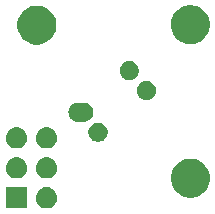
<source format=gbs>
G04 #@! TF.GenerationSoftware,KiCad,Pcbnew,5.0.2-bee76a0~70~ubuntu18.04.1*
G04 #@! TF.CreationDate,2019-02-28T13:49:10+03:00*
G04 #@! TF.ProjectId,FIR-sensor-addon,4649522d-7365-46e7-936f-722d6164646f,rev?*
G04 #@! TF.SameCoordinates,Original*
G04 #@! TF.FileFunction,Soldermask,Bot*
G04 #@! TF.FilePolarity,Negative*
%FSLAX46Y46*%
G04 Gerber Fmt 4.6, Leading zero omitted, Abs format (unit mm)*
G04 Created by KiCad (PCBNEW 5.0.2-bee76a0~70~ubuntu18.04.1) date Thu 28 Feb 2019 13:49:10 EAT*
%MOMM*%
%LPD*%
G01*
G04 APERTURE LIST*
%ADD10C,0.100000*%
G04 APERTURE END LIST*
D10*
G36*
X133819200Y-100596000D02*
X132017200Y-100596000D01*
X132017200Y-98794000D01*
X133819200Y-98794000D01*
X133819200Y-100596000D01*
X133819200Y-100596000D01*
G37*
G36*
X135568643Y-98800519D02*
X135634827Y-98807037D01*
X135714620Y-98831242D01*
X135804667Y-98858557D01*
X135943287Y-98932652D01*
X135961191Y-98942222D01*
X135996929Y-98971552D01*
X136098386Y-99054814D01*
X136181648Y-99156271D01*
X136210978Y-99192009D01*
X136210979Y-99192011D01*
X136294643Y-99348533D01*
X136294643Y-99348534D01*
X136346163Y-99518373D01*
X136363559Y-99695000D01*
X136346163Y-99871627D01*
X136311816Y-99984853D01*
X136294643Y-100041467D01*
X136220548Y-100180087D01*
X136210978Y-100197991D01*
X136181648Y-100233729D01*
X136098386Y-100335186D01*
X135996929Y-100418448D01*
X135961191Y-100447778D01*
X135961189Y-100447779D01*
X135804667Y-100531443D01*
X135748053Y-100548616D01*
X135634827Y-100582963D01*
X135568643Y-100589481D01*
X135502460Y-100596000D01*
X135413940Y-100596000D01*
X135347757Y-100589481D01*
X135281573Y-100582963D01*
X135168347Y-100548616D01*
X135111733Y-100531443D01*
X134955211Y-100447779D01*
X134955209Y-100447778D01*
X134919471Y-100418448D01*
X134818014Y-100335186D01*
X134734752Y-100233729D01*
X134705422Y-100197991D01*
X134695852Y-100180087D01*
X134621757Y-100041467D01*
X134604584Y-99984853D01*
X134570237Y-99871627D01*
X134552841Y-99695000D01*
X134570237Y-99518373D01*
X134621757Y-99348534D01*
X134621757Y-99348533D01*
X134705421Y-99192011D01*
X134705422Y-99192009D01*
X134734752Y-99156271D01*
X134818014Y-99054814D01*
X134919471Y-98971552D01*
X134955209Y-98942222D01*
X134973113Y-98932652D01*
X135111733Y-98858557D01*
X135201780Y-98831242D01*
X135281573Y-98807037D01*
X135347757Y-98800519D01*
X135413940Y-98794000D01*
X135502460Y-98794000D01*
X135568643Y-98800519D01*
X135568643Y-98800519D01*
G37*
G36*
X148017956Y-96440498D02*
X148124279Y-96461647D01*
X148424742Y-96586103D01*
X148523377Y-96652009D01*
X148695154Y-96766787D01*
X148925113Y-96996746D01*
X148925115Y-96996749D01*
X149105797Y-97267158D01*
X149202851Y-97501466D01*
X149230253Y-97567622D01*
X149275519Y-97795186D01*
X149293700Y-97886591D01*
X149293700Y-98211809D01*
X149230253Y-98530779D01*
X149105797Y-98831242D01*
X149031643Y-98942221D01*
X148925113Y-99101654D01*
X148695154Y-99331613D01*
X148695151Y-99331615D01*
X148424742Y-99512297D01*
X148424741Y-99512298D01*
X148424740Y-99512298D01*
X148336737Y-99548750D01*
X148124279Y-99636753D01*
X148017956Y-99657902D01*
X147805311Y-99700200D01*
X147480089Y-99700200D01*
X147267444Y-99657902D01*
X147161121Y-99636753D01*
X146948663Y-99548750D01*
X146860660Y-99512298D01*
X146860659Y-99512298D01*
X146860658Y-99512297D01*
X146590249Y-99331615D01*
X146590246Y-99331613D01*
X146360287Y-99101654D01*
X146253757Y-98942221D01*
X146179603Y-98831242D01*
X146055147Y-98530779D01*
X145991700Y-98211809D01*
X145991700Y-97886591D01*
X146009882Y-97795186D01*
X146055147Y-97567622D01*
X146082550Y-97501466D01*
X146179603Y-97267158D01*
X146360285Y-96996749D01*
X146360287Y-96996746D01*
X146590246Y-96766787D01*
X146762023Y-96652009D01*
X146860658Y-96586103D01*
X147161121Y-96461647D01*
X147267444Y-96440498D01*
X147480089Y-96398200D01*
X147805311Y-96398200D01*
X148017956Y-96440498D01*
X148017956Y-96440498D01*
G37*
G36*
X135568642Y-96260518D02*
X135634827Y-96267037D01*
X135748053Y-96301384D01*
X135804667Y-96318557D01*
X135943287Y-96392652D01*
X135961191Y-96402222D01*
X135996929Y-96431552D01*
X136098386Y-96514814D01*
X136181648Y-96616271D01*
X136210978Y-96652009D01*
X136210979Y-96652011D01*
X136294643Y-96808533D01*
X136294643Y-96808534D01*
X136346163Y-96978373D01*
X136363559Y-97155000D01*
X136346163Y-97331627D01*
X136311816Y-97444853D01*
X136294643Y-97501467D01*
X136259282Y-97567621D01*
X136210978Y-97657991D01*
X136181648Y-97693729D01*
X136098386Y-97795186D01*
X135996929Y-97878448D01*
X135961191Y-97907778D01*
X135961189Y-97907779D01*
X135804667Y-97991443D01*
X135748053Y-98008616D01*
X135634827Y-98042963D01*
X135568643Y-98049481D01*
X135502460Y-98056000D01*
X135413940Y-98056000D01*
X135347757Y-98049481D01*
X135281573Y-98042963D01*
X135168347Y-98008616D01*
X135111733Y-97991443D01*
X134955211Y-97907779D01*
X134955209Y-97907778D01*
X134919471Y-97878448D01*
X134818014Y-97795186D01*
X134734752Y-97693729D01*
X134705422Y-97657991D01*
X134657118Y-97567621D01*
X134621757Y-97501467D01*
X134604584Y-97444853D01*
X134570237Y-97331627D01*
X134552841Y-97155000D01*
X134570237Y-96978373D01*
X134621757Y-96808534D01*
X134621757Y-96808533D01*
X134705421Y-96652011D01*
X134705422Y-96652009D01*
X134734752Y-96616271D01*
X134818014Y-96514814D01*
X134919471Y-96431552D01*
X134955209Y-96402222D01*
X134973113Y-96392652D01*
X135111733Y-96318557D01*
X135168347Y-96301384D01*
X135281573Y-96267037D01*
X135347758Y-96260518D01*
X135413940Y-96254000D01*
X135502460Y-96254000D01*
X135568642Y-96260518D01*
X135568642Y-96260518D01*
G37*
G36*
X133028642Y-96260518D02*
X133094827Y-96267037D01*
X133208053Y-96301384D01*
X133264667Y-96318557D01*
X133403287Y-96392652D01*
X133421191Y-96402222D01*
X133456929Y-96431552D01*
X133558386Y-96514814D01*
X133641648Y-96616271D01*
X133670978Y-96652009D01*
X133670979Y-96652011D01*
X133754643Y-96808533D01*
X133754643Y-96808534D01*
X133806163Y-96978373D01*
X133823559Y-97155000D01*
X133806163Y-97331627D01*
X133771816Y-97444853D01*
X133754643Y-97501467D01*
X133719282Y-97567621D01*
X133670978Y-97657991D01*
X133641648Y-97693729D01*
X133558386Y-97795186D01*
X133456929Y-97878448D01*
X133421191Y-97907778D01*
X133421189Y-97907779D01*
X133264667Y-97991443D01*
X133208053Y-98008616D01*
X133094827Y-98042963D01*
X133028643Y-98049481D01*
X132962460Y-98056000D01*
X132873940Y-98056000D01*
X132807757Y-98049481D01*
X132741573Y-98042963D01*
X132628347Y-98008616D01*
X132571733Y-97991443D01*
X132415211Y-97907779D01*
X132415209Y-97907778D01*
X132379471Y-97878448D01*
X132278014Y-97795186D01*
X132194752Y-97693729D01*
X132165422Y-97657991D01*
X132117118Y-97567621D01*
X132081757Y-97501467D01*
X132064584Y-97444853D01*
X132030237Y-97331627D01*
X132012841Y-97155000D01*
X132030237Y-96978373D01*
X132081757Y-96808534D01*
X132081757Y-96808533D01*
X132165421Y-96652011D01*
X132165422Y-96652009D01*
X132194752Y-96616271D01*
X132278014Y-96514814D01*
X132379471Y-96431552D01*
X132415209Y-96402222D01*
X132433113Y-96392652D01*
X132571733Y-96318557D01*
X132628347Y-96301384D01*
X132741573Y-96267037D01*
X132807758Y-96260518D01*
X132873940Y-96254000D01*
X132962460Y-96254000D01*
X133028642Y-96260518D01*
X133028642Y-96260518D01*
G37*
G36*
X135568643Y-93720519D02*
X135634827Y-93727037D01*
X135748053Y-93761384D01*
X135804667Y-93778557D01*
X135943287Y-93852652D01*
X135961191Y-93862222D01*
X135996929Y-93891552D01*
X136098386Y-93974814D01*
X136181648Y-94076271D01*
X136210978Y-94112009D01*
X136210979Y-94112011D01*
X136294643Y-94268533D01*
X136294643Y-94268534D01*
X136346163Y-94438373D01*
X136363559Y-94615000D01*
X136346163Y-94791627D01*
X136319910Y-94878171D01*
X136294643Y-94961467D01*
X136220548Y-95100087D01*
X136210978Y-95117991D01*
X136181648Y-95153729D01*
X136098386Y-95255186D01*
X135996929Y-95338448D01*
X135961191Y-95367778D01*
X135961189Y-95367779D01*
X135804667Y-95451443D01*
X135748053Y-95468616D01*
X135634827Y-95502963D01*
X135568643Y-95509481D01*
X135502460Y-95516000D01*
X135413940Y-95516000D01*
X135347757Y-95509481D01*
X135281573Y-95502963D01*
X135168347Y-95468616D01*
X135111733Y-95451443D01*
X134955211Y-95367779D01*
X134955209Y-95367778D01*
X134919471Y-95338448D01*
X134818014Y-95255186D01*
X134734752Y-95153729D01*
X134705422Y-95117991D01*
X134695852Y-95100087D01*
X134621757Y-94961467D01*
X134596490Y-94878171D01*
X134570237Y-94791627D01*
X134552841Y-94615000D01*
X134570237Y-94438373D01*
X134621757Y-94268534D01*
X134621757Y-94268533D01*
X134705421Y-94112011D01*
X134705422Y-94112009D01*
X134734752Y-94076271D01*
X134818014Y-93974814D01*
X134919471Y-93891552D01*
X134955209Y-93862222D01*
X134973113Y-93852652D01*
X135111733Y-93778557D01*
X135168347Y-93761384D01*
X135281573Y-93727037D01*
X135347758Y-93720518D01*
X135413940Y-93714000D01*
X135502460Y-93714000D01*
X135568643Y-93720519D01*
X135568643Y-93720519D01*
G37*
G36*
X133028643Y-93720519D02*
X133094827Y-93727037D01*
X133208053Y-93761384D01*
X133264667Y-93778557D01*
X133403287Y-93852652D01*
X133421191Y-93862222D01*
X133456929Y-93891552D01*
X133558386Y-93974814D01*
X133641648Y-94076271D01*
X133670978Y-94112009D01*
X133670979Y-94112011D01*
X133754643Y-94268533D01*
X133754643Y-94268534D01*
X133806163Y-94438373D01*
X133823559Y-94615000D01*
X133806163Y-94791627D01*
X133779910Y-94878171D01*
X133754643Y-94961467D01*
X133680548Y-95100087D01*
X133670978Y-95117991D01*
X133641648Y-95153729D01*
X133558386Y-95255186D01*
X133456929Y-95338448D01*
X133421191Y-95367778D01*
X133421189Y-95367779D01*
X133264667Y-95451443D01*
X133208053Y-95468616D01*
X133094827Y-95502963D01*
X133028643Y-95509481D01*
X132962460Y-95516000D01*
X132873940Y-95516000D01*
X132807757Y-95509481D01*
X132741573Y-95502963D01*
X132628347Y-95468616D01*
X132571733Y-95451443D01*
X132415211Y-95367779D01*
X132415209Y-95367778D01*
X132379471Y-95338448D01*
X132278014Y-95255186D01*
X132194752Y-95153729D01*
X132165422Y-95117991D01*
X132155852Y-95100087D01*
X132081757Y-94961467D01*
X132056490Y-94878171D01*
X132030237Y-94791627D01*
X132012841Y-94615000D01*
X132030237Y-94438373D01*
X132081757Y-94268534D01*
X132081757Y-94268533D01*
X132165421Y-94112011D01*
X132165422Y-94112009D01*
X132194752Y-94076271D01*
X132278014Y-93974814D01*
X132379471Y-93891552D01*
X132415209Y-93862222D01*
X132433113Y-93852652D01*
X132571733Y-93778557D01*
X132628347Y-93761384D01*
X132741573Y-93727037D01*
X132807758Y-93720518D01*
X132873940Y-93714000D01*
X132962460Y-93714000D01*
X133028643Y-93720519D01*
X133028643Y-93720519D01*
G37*
G36*
X140062282Y-93375942D02*
X140210242Y-93437230D01*
X140343398Y-93526202D01*
X140456638Y-93639442D01*
X140545610Y-93772598D01*
X140606898Y-93920558D01*
X140638140Y-94077625D01*
X140638140Y-94237775D01*
X140606898Y-94394842D01*
X140545610Y-94542802D01*
X140456638Y-94675958D01*
X140343398Y-94789198D01*
X140210242Y-94878170D01*
X140062282Y-94939458D01*
X139905215Y-94970700D01*
X139745065Y-94970700D01*
X139587998Y-94939458D01*
X139440038Y-94878170D01*
X139306882Y-94789198D01*
X139193642Y-94675958D01*
X139104670Y-94542802D01*
X139043382Y-94394842D01*
X139012140Y-94237775D01*
X139012140Y-94077625D01*
X139043382Y-93920558D01*
X139104670Y-93772598D01*
X139193642Y-93639442D01*
X139306882Y-93526202D01*
X139440038Y-93437230D01*
X139587998Y-93375942D01*
X139745065Y-93344700D01*
X139905215Y-93344700D01*
X140062282Y-93375942D01*
X140062282Y-93375942D01*
G37*
G36*
X138686177Y-91651071D02*
X138765806Y-91658914D01*
X138867973Y-91689906D01*
X138919058Y-91705402D01*
X139060295Y-91780895D01*
X139184089Y-91882491D01*
X139285685Y-92006285D01*
X139361178Y-92147522D01*
X139361178Y-92147523D01*
X139407666Y-92300774D01*
X139423363Y-92460150D01*
X139407666Y-92619526D01*
X139376674Y-92721693D01*
X139361178Y-92772778D01*
X139285685Y-92914015D01*
X139184089Y-93037809D01*
X139060295Y-93139405D01*
X138919058Y-93214898D01*
X138867973Y-93230394D01*
X138765806Y-93261386D01*
X138686177Y-93269229D01*
X138646364Y-93273150D01*
X138090496Y-93273150D01*
X138050683Y-93269229D01*
X137971054Y-93261386D01*
X137868887Y-93230394D01*
X137817802Y-93214898D01*
X137676565Y-93139405D01*
X137552771Y-93037809D01*
X137451175Y-92914015D01*
X137375682Y-92772778D01*
X137360186Y-92721693D01*
X137329194Y-92619526D01*
X137313497Y-92460150D01*
X137329194Y-92300774D01*
X137375682Y-92147523D01*
X137375682Y-92147522D01*
X137451175Y-92006285D01*
X137552771Y-91882491D01*
X137676565Y-91780895D01*
X137817802Y-91705402D01*
X137868887Y-91689906D01*
X137971054Y-91658914D01*
X138050683Y-91651071D01*
X138090496Y-91647150D01*
X138646364Y-91647150D01*
X138686177Y-91651071D01*
X138686177Y-91651071D01*
G37*
G36*
X144154112Y-89856492D02*
X144302072Y-89917780D01*
X144435228Y-90006752D01*
X144548468Y-90119992D01*
X144637440Y-90253148D01*
X144698728Y-90401108D01*
X144729970Y-90558175D01*
X144729970Y-90718325D01*
X144698728Y-90875392D01*
X144637440Y-91023352D01*
X144548468Y-91156508D01*
X144435228Y-91269748D01*
X144302072Y-91358720D01*
X144154112Y-91420008D01*
X143997045Y-91451250D01*
X143836895Y-91451250D01*
X143679828Y-91420008D01*
X143531868Y-91358720D01*
X143398712Y-91269748D01*
X143285472Y-91156508D01*
X143196500Y-91023352D01*
X143135212Y-90875392D01*
X143103970Y-90718325D01*
X143103970Y-90558175D01*
X143135212Y-90401108D01*
X143196500Y-90253148D01*
X143285472Y-90119992D01*
X143398712Y-90006752D01*
X143531868Y-89917780D01*
X143679828Y-89856492D01*
X143836895Y-89825250D01*
X143997045Y-89825250D01*
X144154112Y-89856492D01*
X144154112Y-89856492D01*
G37*
G36*
X142697402Y-88161592D02*
X142845362Y-88222880D01*
X142978518Y-88311852D01*
X143091758Y-88425092D01*
X143180730Y-88558248D01*
X143242018Y-88706208D01*
X143273260Y-88863275D01*
X143273260Y-89023425D01*
X143242018Y-89180492D01*
X143180730Y-89328452D01*
X143091758Y-89461608D01*
X142978518Y-89574848D01*
X142845362Y-89663820D01*
X142697402Y-89725108D01*
X142540335Y-89756350D01*
X142380185Y-89756350D01*
X142223118Y-89725108D01*
X142075158Y-89663820D01*
X141942002Y-89574848D01*
X141828762Y-89461608D01*
X141739790Y-89328452D01*
X141678502Y-89180492D01*
X141647260Y-89023425D01*
X141647260Y-88863275D01*
X141678502Y-88706208D01*
X141739790Y-88558248D01*
X141828762Y-88425092D01*
X141942002Y-88311852D01*
X142075158Y-88222880D01*
X142223118Y-88161592D01*
X142380185Y-88130350D01*
X142540335Y-88130350D01*
X142697402Y-88161592D01*
X142697402Y-88161592D01*
G37*
G36*
X135017956Y-83481298D02*
X135124279Y-83502447D01*
X135424742Y-83626903D01*
X135634090Y-83766785D01*
X135695154Y-83807587D01*
X135925113Y-84037546D01*
X135925115Y-84037549D01*
X136078537Y-84267160D01*
X136105798Y-84307960D01*
X136230253Y-84608422D01*
X136285585Y-84886591D01*
X136293700Y-84927391D01*
X136293700Y-85252609D01*
X136238369Y-85530779D01*
X136230253Y-85571578D01*
X136105798Y-85872040D01*
X135925113Y-86142454D01*
X135695154Y-86372413D01*
X135695151Y-86372415D01*
X135424742Y-86553097D01*
X135124279Y-86677553D01*
X135017956Y-86698702D01*
X134805311Y-86741000D01*
X134480089Y-86741000D01*
X134267444Y-86698702D01*
X134161121Y-86677553D01*
X133860658Y-86553097D01*
X133590249Y-86372415D01*
X133590246Y-86372413D01*
X133360287Y-86142454D01*
X133179602Y-85872040D01*
X133055147Y-85571578D01*
X133047032Y-85530779D01*
X132991700Y-85252609D01*
X132991700Y-84927391D01*
X132999816Y-84886591D01*
X133055147Y-84608422D01*
X133179602Y-84307960D01*
X133206864Y-84267160D01*
X133360285Y-84037549D01*
X133360287Y-84037546D01*
X133590246Y-83807587D01*
X133651310Y-83766785D01*
X133860658Y-83626903D01*
X134161121Y-83502447D01*
X134267444Y-83481298D01*
X134480089Y-83439000D01*
X134805311Y-83439000D01*
X135017956Y-83481298D01*
X135017956Y-83481298D01*
G37*
G36*
X148010425Y-83439000D02*
X148124279Y-83461647D01*
X148424742Y-83586103D01*
X148485803Y-83626903D01*
X148695154Y-83766787D01*
X148925113Y-83996746D01*
X148925115Y-83996749D01*
X149105797Y-84267158D01*
X149230253Y-84567621D01*
X149238369Y-84608422D01*
X149293700Y-84886589D01*
X149293700Y-85211811D01*
X149285584Y-85252611D01*
X149230253Y-85530779D01*
X149105797Y-85831242D01*
X149078535Y-85872042D01*
X148925113Y-86101654D01*
X148695154Y-86331613D01*
X148695151Y-86331615D01*
X148424742Y-86512297D01*
X148124279Y-86636753D01*
X148017956Y-86657902D01*
X147805311Y-86700200D01*
X147480089Y-86700200D01*
X147267444Y-86657902D01*
X147161121Y-86636753D01*
X146860658Y-86512297D01*
X146590249Y-86331615D01*
X146590246Y-86331613D01*
X146360287Y-86101654D01*
X146206865Y-85872042D01*
X146179603Y-85831242D01*
X146055147Y-85530779D01*
X145999816Y-85252611D01*
X145991700Y-85211811D01*
X145991700Y-84886589D01*
X146047031Y-84608422D01*
X146055147Y-84567621D01*
X146179603Y-84267158D01*
X146360285Y-83996749D01*
X146360287Y-83996746D01*
X146590246Y-83766787D01*
X146799597Y-83626903D01*
X146860658Y-83586103D01*
X147161121Y-83461647D01*
X147274975Y-83439000D01*
X147480089Y-83398200D01*
X147805311Y-83398200D01*
X148010425Y-83439000D01*
X148010425Y-83439000D01*
G37*
M02*

</source>
